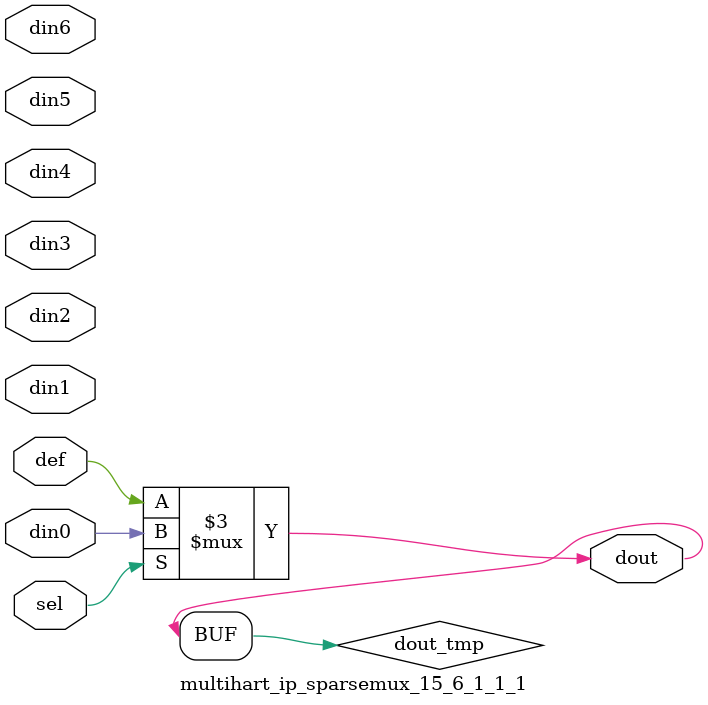
<source format=v>
`timescale 1ns / 1ps

module multihart_ip_sparsemux_15_6_1_1_1 (din0,din1,din2,din3,din4,din5,din6,def,sel,dout);

parameter din0_WIDTH = 1;

parameter din1_WIDTH = 1;

parameter din2_WIDTH = 1;

parameter din3_WIDTH = 1;

parameter din4_WIDTH = 1;

parameter din5_WIDTH = 1;

parameter din6_WIDTH = 1;

parameter def_WIDTH = 1;
parameter sel_WIDTH = 1;
parameter dout_WIDTH = 1;

parameter [sel_WIDTH-1:0] CASE0 = 1;

parameter [sel_WIDTH-1:0] CASE1 = 1;

parameter [sel_WIDTH-1:0] CASE2 = 1;

parameter [sel_WIDTH-1:0] CASE3 = 1;

parameter [sel_WIDTH-1:0] CASE4 = 1;

parameter [sel_WIDTH-1:0] CASE5 = 1;

parameter [sel_WIDTH-1:0] CASE6 = 1;

parameter ID = 1;
parameter NUM_STAGE = 1;



input [din0_WIDTH-1:0] din0;

input [din1_WIDTH-1:0] din1;

input [din2_WIDTH-1:0] din2;

input [din3_WIDTH-1:0] din3;

input [din4_WIDTH-1:0] din4;

input [din5_WIDTH-1:0] din5;

input [din6_WIDTH-1:0] din6;

input [def_WIDTH-1:0] def;
input [sel_WIDTH-1:0] sel;

output [dout_WIDTH-1:0] dout;



reg [dout_WIDTH-1:0] dout_tmp;


always @ (*) begin
(* parallel_case *) case (sel)
    
    CASE0 : dout_tmp = din0;
    
    CASE1 : dout_tmp = din1;
    
    CASE2 : dout_tmp = din2;
    
    CASE3 : dout_tmp = din3;
    
    CASE4 : dout_tmp = din4;
    
    CASE5 : dout_tmp = din5;
    
    CASE6 : dout_tmp = din6;
    
    default : dout_tmp = def;
endcase
end


assign dout = dout_tmp;



endmodule

</source>
